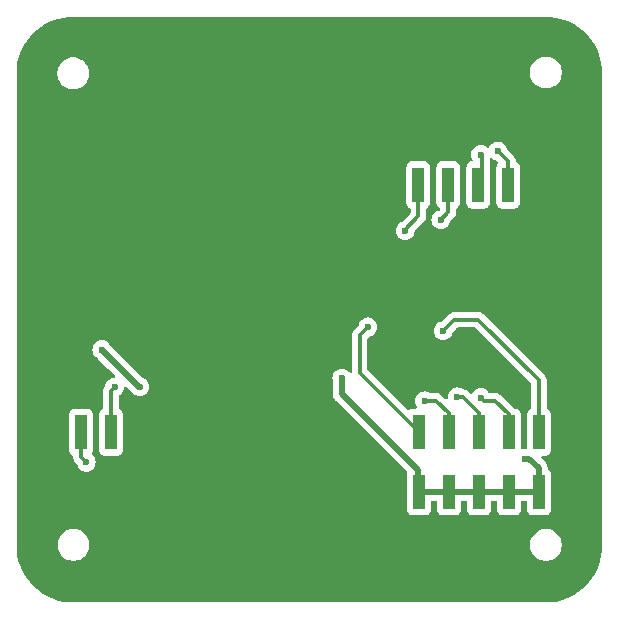
<source format=gbl>
G04 #@! TF.GenerationSoftware,KiCad,Pcbnew,8.0.1*
G04 #@! TF.CreationDate,2025-02-17T15:23:15+05:00*
G04 #@! TF.ProjectId,Sensors,53656e73-6f72-4732-9e6b-696361645f70,rev?*
G04 #@! TF.SameCoordinates,Original*
G04 #@! TF.FileFunction,Copper,L2,Bot*
G04 #@! TF.FilePolarity,Positive*
%FSLAX46Y46*%
G04 Gerber Fmt 4.6, Leading zero omitted, Abs format (unit mm)*
G04 Created by KiCad (PCBNEW 8.0.1) date 2025-02-17 15:23:15*
%MOMM*%
%LPD*%
G01*
G04 APERTURE LIST*
G04 #@! TA.AperFunction,SMDPad,CuDef*
%ADD10R,1.000000X3.000000*%
G04 #@! TD*
G04 #@! TA.AperFunction,ViaPad*
%ADD11C,0.600000*%
G04 #@! TD*
G04 #@! TA.AperFunction,Conductor*
%ADD12C,0.500000*%
G04 #@! TD*
G04 #@! TA.AperFunction,Conductor*
%ADD13C,0.300000*%
G04 #@! TD*
G04 APERTURE END LIST*
D10*
X192530000Y-117604999D03*
X192530000Y-122645001D03*
X189990000Y-117605000D03*
X189990000Y-122645000D03*
X187450000Y-117605000D03*
X187450000Y-122645000D03*
X184910000Y-117605000D03*
X184910000Y-122645000D03*
X182370000Y-117604999D03*
X182370000Y-122645001D03*
X156305002Y-117605000D03*
X156305002Y-122645000D03*
X153765000Y-117605000D03*
X153765000Y-122645000D03*
X182315000Y-96670000D03*
X182315000Y-91630000D03*
X184854999Y-96670000D03*
X184854999Y-91630000D03*
X187395001Y-96670000D03*
X187395001Y-91630000D03*
X189935000Y-96670000D03*
X189935000Y-91630000D03*
D11*
X196970000Y-126800000D03*
X196970000Y-124260000D03*
X196970000Y-121720000D03*
X196970000Y-119180000D03*
X196970000Y-116640000D03*
X196970000Y-114100000D03*
X196970000Y-111560000D03*
X196970000Y-109020000D03*
X196970000Y-106480000D03*
X196970000Y-103940000D03*
X196970000Y-101400000D03*
X196970000Y-98860000D03*
X196970000Y-96320000D03*
X196970000Y-93780000D03*
X196970000Y-91240000D03*
X196970000Y-88700000D03*
X196970000Y-86160000D03*
X194430000Y-129340000D03*
X194430000Y-124260000D03*
X194430000Y-121720000D03*
X194430000Y-119180000D03*
X194430000Y-116640000D03*
X194430000Y-114100000D03*
X194430000Y-111560000D03*
X194430000Y-109020000D03*
X194430000Y-106480000D03*
X194430000Y-103940000D03*
X194430000Y-101400000D03*
X194430000Y-98860000D03*
X194430000Y-96320000D03*
X194430000Y-93780000D03*
X194430000Y-91240000D03*
X194430000Y-83620000D03*
X191890000Y-129340000D03*
X191890000Y-109020000D03*
X191890000Y-106480000D03*
X191890000Y-103940000D03*
X191890000Y-101400000D03*
X191890000Y-98860000D03*
X191890000Y-96320000D03*
X191890000Y-93780000D03*
X191890000Y-91240000D03*
X191890000Y-83620000D03*
X189350000Y-129340000D03*
X189350000Y-126800000D03*
X189350000Y-106480000D03*
X189350000Y-103940000D03*
X189350000Y-101400000D03*
X189350000Y-88700000D03*
X189350000Y-86160000D03*
X189350000Y-83620000D03*
X186810000Y-129340000D03*
X186810000Y-126800000D03*
X186810000Y-106480000D03*
X186810000Y-103940000D03*
X186810000Y-101400000D03*
X186810000Y-88700000D03*
X186810000Y-86160000D03*
X186810000Y-83620000D03*
X184270000Y-129340000D03*
X184270000Y-126800000D03*
X184270000Y-106480000D03*
X184270000Y-103940000D03*
X184270000Y-101400000D03*
X184270000Y-88700000D03*
X184270000Y-86160000D03*
X184270000Y-83620000D03*
X181730000Y-129340000D03*
X181730000Y-126800000D03*
X181730000Y-106480000D03*
X181730000Y-103940000D03*
X181730000Y-88700000D03*
X181730000Y-86160000D03*
X181730000Y-83620000D03*
X179190000Y-129340000D03*
X179190000Y-126800000D03*
X179190000Y-124260000D03*
X179190000Y-121720000D03*
X179190000Y-98860000D03*
X179190000Y-91240000D03*
X179190000Y-88700000D03*
X179190000Y-86160000D03*
X179190000Y-83620000D03*
X176650000Y-129340000D03*
X176650000Y-126800000D03*
X176650000Y-124260000D03*
X176650000Y-121720000D03*
X176650000Y-119180000D03*
X176650000Y-103940000D03*
X176650000Y-91240000D03*
X176650000Y-88700000D03*
X176650000Y-86160000D03*
X176650000Y-83620000D03*
X174110000Y-129340000D03*
X174110000Y-126800000D03*
X174110000Y-124260000D03*
X174110000Y-121720000D03*
X174110000Y-119180000D03*
X174110000Y-116640000D03*
X174110000Y-114100000D03*
X174110000Y-93780000D03*
X174110000Y-91240000D03*
X174110000Y-88700000D03*
X174110000Y-86160000D03*
X174110000Y-83620000D03*
X171570000Y-129340000D03*
X171570000Y-126800000D03*
X171570000Y-124260000D03*
X171570000Y-121720000D03*
X171570000Y-119180000D03*
X171570000Y-116640000D03*
X171570000Y-114100000D03*
X171570000Y-96320000D03*
X171570000Y-93780000D03*
X171570000Y-91240000D03*
X171570000Y-88700000D03*
X171570000Y-86160000D03*
X171570000Y-83620000D03*
X169030000Y-129340000D03*
X169030000Y-126800000D03*
X169030000Y-124260000D03*
X169030000Y-121720000D03*
X169030000Y-119180000D03*
X169030000Y-116640000D03*
X169030000Y-114100000D03*
X169030000Y-109020000D03*
X169030000Y-103940000D03*
X169030000Y-101400000D03*
X169030000Y-98860000D03*
X169030000Y-96320000D03*
X169030000Y-93780000D03*
X169030000Y-91240000D03*
X169030000Y-88700000D03*
X169030000Y-86160000D03*
X169030000Y-83620000D03*
X166490000Y-129340000D03*
X166490000Y-126800000D03*
X166490000Y-124260000D03*
X166490000Y-121720000D03*
X166490000Y-116640000D03*
X166490000Y-109020000D03*
X166490000Y-106480000D03*
X166490000Y-103940000D03*
X166490000Y-101400000D03*
X166490000Y-98860000D03*
X166490000Y-96320000D03*
X166490000Y-93780000D03*
X166490000Y-91240000D03*
X166490000Y-88700000D03*
X166490000Y-86160000D03*
X166490000Y-83620000D03*
X163950000Y-129340000D03*
X163950000Y-126800000D03*
X163950000Y-124260000D03*
X163950000Y-121720000D03*
X163950000Y-106480000D03*
X163950000Y-103940000D03*
X163950000Y-101400000D03*
X163950000Y-98860000D03*
X163950000Y-96320000D03*
X163950000Y-93780000D03*
X163950000Y-91240000D03*
X163950000Y-88700000D03*
X163950000Y-86160000D03*
X163950000Y-83620000D03*
X161410000Y-129340000D03*
X161410000Y-126800000D03*
X161410000Y-124260000D03*
X161410000Y-121720000D03*
X161410000Y-106480000D03*
X161410000Y-103940000D03*
X161410000Y-101400000D03*
X161410000Y-98860000D03*
X161410000Y-96320000D03*
X161410000Y-93780000D03*
X161410000Y-91240000D03*
X161410000Y-88700000D03*
X161410000Y-86160000D03*
X161410000Y-83620000D03*
X158870000Y-129340000D03*
X158870000Y-126800000D03*
X158870000Y-124260000D03*
X158870000Y-121720000D03*
X158870000Y-106480000D03*
X158870000Y-103940000D03*
X158870000Y-101400000D03*
X158870000Y-98860000D03*
X158870000Y-96320000D03*
X158870000Y-93780000D03*
X158870000Y-91240000D03*
X158870000Y-88700000D03*
X158870000Y-86160000D03*
X158870000Y-83620000D03*
X156330000Y-129340000D03*
X156330000Y-126800000D03*
X156330000Y-106480000D03*
X156330000Y-103940000D03*
X156330000Y-101400000D03*
X156330000Y-98860000D03*
X156330000Y-96320000D03*
X156330000Y-93780000D03*
X156330000Y-91240000D03*
X156330000Y-88700000D03*
X156330000Y-86160000D03*
X156330000Y-83620000D03*
X153790000Y-129340000D03*
X153790000Y-114100000D03*
X153790000Y-111560000D03*
X153790000Y-109020000D03*
X153790000Y-106480000D03*
X153790000Y-103940000D03*
X153790000Y-101400000D03*
X153790000Y-98860000D03*
X153790000Y-96320000D03*
X153790000Y-93780000D03*
X153790000Y-91240000D03*
X153790000Y-83620000D03*
X151250000Y-124260000D03*
X151250000Y-121720000D03*
X151250000Y-119180000D03*
X151250000Y-116640000D03*
X151250000Y-114100000D03*
X151250000Y-111560000D03*
X151250000Y-109020000D03*
X151250000Y-106480000D03*
X151250000Y-103940000D03*
X151250000Y-101400000D03*
X151250000Y-98860000D03*
X151250000Y-96320000D03*
X151250000Y-93780000D03*
X151250000Y-91240000D03*
X151250000Y-88700000D03*
X158725000Y-113750000D03*
X191325000Y-119850000D03*
X155525000Y-110625000D03*
X175850000Y-113025000D03*
X160725000Y-116225000D03*
X160700000Y-109250000D03*
X163575000Y-114875000D03*
X170375000Y-106600000D03*
X183425000Y-109225000D03*
X163475000Y-118575000D03*
X185725000Y-109075000D03*
X162625000Y-118475000D03*
X159875000Y-116150000D03*
X165325000Y-114825000D03*
X172875000Y-110925000D03*
X159875000Y-109225000D03*
X180500000Y-109000000D03*
X173850000Y-110700000D03*
X164525000Y-114750000D03*
X186550000Y-109075000D03*
X182600000Y-109250000D03*
X170525000Y-107900000D03*
X179625000Y-108975000D03*
X187600000Y-114675000D03*
X181200000Y-100550000D03*
X185625000Y-114625000D03*
X182850000Y-114950000D03*
X178050000Y-108700000D03*
X184425000Y-109025000D03*
X154200000Y-120150000D03*
X156600000Y-113800000D03*
X184225000Y-99625000D03*
X187600000Y-94100000D03*
X189050000Y-93800000D03*
D12*
X191325000Y-119850000D02*
X191725000Y-119850000D01*
X175850000Y-114375000D02*
X175850000Y-113025000D01*
X182275000Y-122550001D02*
X182275000Y-120800000D01*
X182370000Y-122645001D02*
X192530000Y-122645001D01*
X158650000Y-113750000D02*
X155525000Y-110625000D01*
X191725000Y-119850000D02*
X192530000Y-120655000D01*
X158725000Y-113750000D02*
X158650000Y-113750000D01*
X182275000Y-120800000D02*
X175850000Y-114375000D01*
X182370000Y-122645001D02*
X182275000Y-122550001D01*
X192530000Y-120655000D02*
X192530000Y-122645001D01*
D13*
X188825000Y-114925000D02*
X189990000Y-116090000D01*
X187850000Y-114925000D02*
X188825000Y-114925000D01*
X187600000Y-114675000D02*
X187850000Y-114925000D01*
X189990000Y-116090000D02*
X189990000Y-117605000D01*
X181200000Y-100550000D02*
X181200000Y-100450000D01*
X182315000Y-99335000D02*
X182315000Y-96670000D01*
X181200000Y-100450000D02*
X182315000Y-99335000D01*
X186075000Y-114625000D02*
X187450000Y-116000000D01*
X187450000Y-116000000D02*
X187450000Y-117605000D01*
X185625000Y-114625000D02*
X186075000Y-114625000D01*
X184910000Y-116010000D02*
X184910000Y-117605000D01*
X183850000Y-114950000D02*
X184910000Y-116010000D01*
X182850000Y-114950000D02*
X183850000Y-114950000D01*
X177350000Y-112584999D02*
X182370000Y-117604999D01*
X178050000Y-108700000D02*
X177350000Y-109400000D01*
X177350000Y-109400000D02*
X177350000Y-112584999D01*
X192530000Y-113205000D02*
X192530000Y-117604999D01*
X184425000Y-109025000D02*
X185375000Y-108075000D01*
X187400000Y-108075000D02*
X192530000Y-113205000D01*
X185375000Y-108075000D02*
X187400000Y-108075000D01*
X154200000Y-120150000D02*
X153765000Y-119715000D01*
X153765000Y-119715000D02*
X153765000Y-117605000D01*
X156600000Y-113800000D02*
X156305002Y-114094998D01*
X156305002Y-114094998D02*
X156305002Y-117605000D01*
X184854999Y-98995001D02*
X184854999Y-96670000D01*
X184225000Y-99625000D02*
X184854999Y-98995001D01*
X187700000Y-94200000D02*
X187700000Y-96365001D01*
X187600000Y-94100000D02*
X187700000Y-94200000D01*
X187700000Y-96365001D02*
X187395001Y-96670000D01*
X189050000Y-93800000D02*
X189935000Y-94685000D01*
X189935000Y-94685000D02*
X189935000Y-96670000D01*
G04 #@! TA.AperFunction,Conductor*
G36*
X193102702Y-82425617D02*
G01*
X193512917Y-82443528D01*
X193523654Y-82444468D01*
X193928057Y-82497708D01*
X193938695Y-82499583D01*
X194336925Y-82587869D01*
X194347365Y-82590667D01*
X194736363Y-82713317D01*
X194746524Y-82717015D01*
X195123363Y-82873108D01*
X195133155Y-82877674D01*
X195494965Y-83066020D01*
X195504305Y-83071413D01*
X195789636Y-83253189D01*
X195848309Y-83290568D01*
X195857170Y-83296772D01*
X196180766Y-83545076D01*
X196189053Y-83552030D01*
X196489767Y-83827583D01*
X196497416Y-83835232D01*
X196772969Y-84135946D01*
X196779923Y-84144233D01*
X197028227Y-84467829D01*
X197034431Y-84476690D01*
X197253578Y-84820680D01*
X197258987Y-84830048D01*
X197447322Y-85191838D01*
X197451894Y-85201642D01*
X197607983Y-85578473D01*
X197611683Y-85588639D01*
X197734331Y-85977630D01*
X197737131Y-85988078D01*
X197825414Y-86386296D01*
X197827292Y-86396950D01*
X197880529Y-86801326D01*
X197881472Y-86812102D01*
X197899382Y-87222297D01*
X197899500Y-87227706D01*
X197899500Y-127222293D01*
X197899382Y-127227702D01*
X197881472Y-127637897D01*
X197880529Y-127648673D01*
X197827292Y-128053049D01*
X197825414Y-128063703D01*
X197737131Y-128461921D01*
X197734331Y-128472369D01*
X197611683Y-128861360D01*
X197607983Y-128871526D01*
X197451894Y-129248357D01*
X197447322Y-129258161D01*
X197258987Y-129619951D01*
X197253578Y-129629319D01*
X197034431Y-129973309D01*
X197028227Y-129982170D01*
X196779923Y-130305766D01*
X196772969Y-130314053D01*
X196497416Y-130614767D01*
X196489767Y-130622416D01*
X196189053Y-130897969D01*
X196180766Y-130904923D01*
X195857170Y-131153227D01*
X195848309Y-131159431D01*
X195504319Y-131378578D01*
X195494951Y-131383987D01*
X195133161Y-131572322D01*
X195123357Y-131576894D01*
X194746526Y-131732983D01*
X194736360Y-131736683D01*
X194347369Y-131859331D01*
X194336921Y-131862131D01*
X193938703Y-131950414D01*
X193928049Y-131952292D01*
X193523673Y-132005529D01*
X193512897Y-132006472D01*
X193102703Y-132024382D01*
X193097294Y-132024500D01*
X153102706Y-132024500D01*
X153097297Y-132024382D01*
X152687102Y-132006472D01*
X152676326Y-132005529D01*
X152271950Y-131952292D01*
X152261296Y-131950414D01*
X151863078Y-131862131D01*
X151852630Y-131859331D01*
X151463639Y-131736683D01*
X151453473Y-131732983D01*
X151076642Y-131576894D01*
X151066838Y-131572322D01*
X150947126Y-131510004D01*
X150705042Y-131383983D01*
X150695686Y-131378582D01*
X150523685Y-131269004D01*
X150351690Y-131159431D01*
X150342829Y-131153227D01*
X150019233Y-130904923D01*
X150010946Y-130897969D01*
X149710232Y-130622416D01*
X149702583Y-130614767D01*
X149427030Y-130314053D01*
X149420076Y-130305766D01*
X149171772Y-129982170D01*
X149165568Y-129973309D01*
X149112070Y-129889334D01*
X148946413Y-129629305D01*
X148941020Y-129619965D01*
X148752674Y-129258155D01*
X148748105Y-129248357D01*
X148592016Y-128871526D01*
X148588316Y-128861360D01*
X148465668Y-128472369D01*
X148462868Y-128461921D01*
X148374585Y-128063703D01*
X148372707Y-128053049D01*
X148319468Y-127648654D01*
X148318528Y-127637917D01*
X148301866Y-127256287D01*
X151774500Y-127256287D01*
X151807754Y-127466243D01*
X151867029Y-127648673D01*
X151873444Y-127668414D01*
X151969951Y-127857820D01*
X152094890Y-128029786D01*
X152245213Y-128180109D01*
X152417179Y-128305048D01*
X152417181Y-128305049D01*
X152417184Y-128305051D01*
X152606588Y-128401557D01*
X152808757Y-128467246D01*
X153018713Y-128500500D01*
X153018714Y-128500500D01*
X153231286Y-128500500D01*
X153231287Y-128500500D01*
X153441243Y-128467246D01*
X153643412Y-128401557D01*
X153832816Y-128305051D01*
X153854789Y-128289086D01*
X154004786Y-128180109D01*
X154004788Y-128180106D01*
X154004792Y-128180104D01*
X154155104Y-128029792D01*
X154155106Y-128029788D01*
X154155109Y-128029786D01*
X154280048Y-127857820D01*
X154280047Y-127857820D01*
X154280051Y-127857816D01*
X154376557Y-127668412D01*
X154442246Y-127466243D01*
X154475500Y-127256287D01*
X191774500Y-127256287D01*
X191807754Y-127466243D01*
X191867029Y-127648673D01*
X191873444Y-127668414D01*
X191969951Y-127857820D01*
X192094890Y-128029786D01*
X192245213Y-128180109D01*
X192417179Y-128305048D01*
X192417181Y-128305049D01*
X192417184Y-128305051D01*
X192606588Y-128401557D01*
X192808757Y-128467246D01*
X193018713Y-128500500D01*
X193018714Y-128500500D01*
X193231286Y-128500500D01*
X193231287Y-128500500D01*
X193441243Y-128467246D01*
X193643412Y-128401557D01*
X193832816Y-128305051D01*
X193854789Y-128289086D01*
X194004786Y-128180109D01*
X194004788Y-128180106D01*
X194004792Y-128180104D01*
X194155104Y-128029792D01*
X194155106Y-128029788D01*
X194155109Y-128029786D01*
X194280048Y-127857820D01*
X194280047Y-127857820D01*
X194280051Y-127857816D01*
X194376557Y-127668412D01*
X194442246Y-127466243D01*
X194475500Y-127256287D01*
X194475500Y-127043713D01*
X194442246Y-126833757D01*
X194376557Y-126631588D01*
X194280051Y-126442184D01*
X194280049Y-126442181D01*
X194280048Y-126442179D01*
X194155109Y-126270213D01*
X194004786Y-126119890D01*
X193832820Y-125994951D01*
X193643414Y-125898444D01*
X193643413Y-125898443D01*
X193643412Y-125898443D01*
X193441243Y-125832754D01*
X193441241Y-125832753D01*
X193441240Y-125832753D01*
X193279957Y-125807208D01*
X193231287Y-125799500D01*
X193018713Y-125799500D01*
X192970042Y-125807208D01*
X192808760Y-125832753D01*
X192606585Y-125898444D01*
X192417179Y-125994951D01*
X192245213Y-126119890D01*
X192094890Y-126270213D01*
X191969951Y-126442179D01*
X191873444Y-126631585D01*
X191807753Y-126833760D01*
X191774500Y-127043713D01*
X191774500Y-127256287D01*
X154475500Y-127256287D01*
X154475500Y-127043713D01*
X154442246Y-126833757D01*
X154376557Y-126631588D01*
X154280051Y-126442184D01*
X154280049Y-126442181D01*
X154280048Y-126442179D01*
X154155109Y-126270213D01*
X154004786Y-126119890D01*
X153832820Y-125994951D01*
X153643414Y-125898444D01*
X153643413Y-125898443D01*
X153643412Y-125898443D01*
X153441243Y-125832754D01*
X153441241Y-125832753D01*
X153441240Y-125832753D01*
X153279957Y-125807208D01*
X153231287Y-125799500D01*
X153018713Y-125799500D01*
X152970042Y-125807208D01*
X152808760Y-125832753D01*
X152606585Y-125898444D01*
X152417179Y-125994951D01*
X152245213Y-126119890D01*
X152094890Y-126270213D01*
X151969951Y-126442179D01*
X151873444Y-126631585D01*
X151807753Y-126833760D01*
X151774500Y-127043713D01*
X151774500Y-127256287D01*
X148301866Y-127256287D01*
X148300618Y-127227702D01*
X148300500Y-127222293D01*
X148300500Y-119152870D01*
X152764500Y-119152870D01*
X152764501Y-119152876D01*
X152770908Y-119212483D01*
X152821202Y-119347328D01*
X152821206Y-119347335D01*
X152907452Y-119462544D01*
X152907455Y-119462547D01*
X153022665Y-119548794D01*
X153022667Y-119548794D01*
X153022669Y-119548796D01*
X153033830Y-119552958D01*
X153089764Y-119594826D01*
X153114184Y-119660289D01*
X153114500Y-119669141D01*
X153114500Y-119779069D01*
X153114500Y-119779071D01*
X153114499Y-119779071D01*
X153139430Y-119904399D01*
X153139499Y-119904744D01*
X153166839Y-119970750D01*
X153188535Y-120023127D01*
X153192630Y-120029255D01*
X153259726Y-120129673D01*
X153378277Y-120248224D01*
X153411762Y-120309547D01*
X153413815Y-120322012D01*
X153414630Y-120329246D01*
X153414632Y-120329255D01*
X153474210Y-120499521D01*
X153525462Y-120581087D01*
X153570184Y-120652262D01*
X153697738Y-120779816D01*
X153850478Y-120875789D01*
X153999000Y-120927759D01*
X154020745Y-120935368D01*
X154020750Y-120935369D01*
X154199996Y-120955565D01*
X154200000Y-120955565D01*
X154200004Y-120955565D01*
X154379249Y-120935369D01*
X154379252Y-120935368D01*
X154379255Y-120935368D01*
X154549522Y-120875789D01*
X154702262Y-120779816D01*
X154829816Y-120652262D01*
X154925789Y-120499522D01*
X154985368Y-120329255D01*
X154986184Y-120322012D01*
X155005565Y-120150003D01*
X155005565Y-120149996D01*
X154985369Y-119970750D01*
X154985368Y-119970745D01*
X154962188Y-119904500D01*
X154925789Y-119800478D01*
X154829816Y-119647738D01*
X154707974Y-119525896D01*
X154674489Y-119464573D01*
X154679473Y-119394881D01*
X154696387Y-119363907D01*
X154708796Y-119347331D01*
X154759091Y-119212483D01*
X154765500Y-119152873D01*
X154765499Y-116057128D01*
X154760299Y-116008757D01*
X154759091Y-115997516D01*
X154708797Y-115862671D01*
X154708793Y-115862664D01*
X154622547Y-115747455D01*
X154622544Y-115747452D01*
X154507335Y-115661206D01*
X154507328Y-115661202D01*
X154372482Y-115610908D01*
X154372483Y-115610908D01*
X154312883Y-115604501D01*
X154312881Y-115604500D01*
X154312873Y-115604500D01*
X154312864Y-115604500D01*
X153217129Y-115604500D01*
X153217123Y-115604501D01*
X153157516Y-115610908D01*
X153022671Y-115661202D01*
X153022664Y-115661206D01*
X152907455Y-115747452D01*
X152907452Y-115747455D01*
X152821206Y-115862664D01*
X152821202Y-115862671D01*
X152770908Y-115997517D01*
X152766938Y-116034450D01*
X152764501Y-116057123D01*
X152764500Y-116057135D01*
X152764500Y-119152870D01*
X148300500Y-119152870D01*
X148300500Y-110625003D01*
X154719435Y-110625003D01*
X154739630Y-110804249D01*
X154739631Y-110804254D01*
X154799211Y-110974523D01*
X154895184Y-111127262D01*
X155022738Y-111254816D01*
X155175478Y-111350789D01*
X155175483Y-111350792D01*
X155181753Y-111353812D01*
X155180864Y-111355656D01*
X155216937Y-111378305D01*
X156058068Y-112219435D01*
X156627394Y-112788761D01*
X156660879Y-112850084D01*
X156655895Y-112919776D01*
X156614023Y-112975709D01*
X156553597Y-112999662D01*
X156420749Y-113014630D01*
X156420745Y-113014631D01*
X156250476Y-113074211D01*
X156097737Y-113170184D01*
X155970184Y-113297737D01*
X155874210Y-113450478D01*
X155814632Y-113620744D01*
X155814632Y-113620746D01*
X155812954Y-113635636D01*
X155792837Y-113690636D01*
X155728537Y-113786870D01*
X155679501Y-113905253D01*
X155679499Y-113905259D01*
X155654502Y-114030926D01*
X155654502Y-115540858D01*
X155634817Y-115607897D01*
X155582013Y-115653652D01*
X155573849Y-115657034D01*
X155562674Y-115661203D01*
X155562666Y-115661206D01*
X155447457Y-115747452D01*
X155447454Y-115747455D01*
X155361208Y-115862664D01*
X155361204Y-115862671D01*
X155310910Y-115997517D01*
X155306940Y-116034450D01*
X155304503Y-116057123D01*
X155304502Y-116057135D01*
X155304502Y-119152870D01*
X155304503Y-119152876D01*
X155310910Y-119212483D01*
X155361204Y-119347328D01*
X155361208Y-119347335D01*
X155447454Y-119462544D01*
X155447457Y-119462547D01*
X155562666Y-119548793D01*
X155562673Y-119548797D01*
X155697519Y-119599091D01*
X155697518Y-119599091D01*
X155704446Y-119599835D01*
X155757129Y-119605500D01*
X156852874Y-119605499D01*
X156912485Y-119599091D01*
X157047333Y-119548796D01*
X157162548Y-119462546D01*
X157248798Y-119347331D01*
X157299093Y-119212483D01*
X157305502Y-119152873D01*
X157305501Y-116057128D01*
X157300301Y-116008757D01*
X157299093Y-115997516D01*
X157248799Y-115862671D01*
X157248795Y-115862664D01*
X157162549Y-115747455D01*
X157162546Y-115747452D01*
X157047337Y-115661206D01*
X157047334Y-115661205D01*
X157047333Y-115661204D01*
X157036163Y-115657038D01*
X156980233Y-115615166D01*
X156955818Y-115549701D01*
X156955502Y-115540858D01*
X156955502Y-114590563D01*
X156975187Y-114523524D01*
X157013531Y-114485569D01*
X157102259Y-114429818D01*
X157102259Y-114429817D01*
X157102262Y-114429816D01*
X157229816Y-114302262D01*
X157325789Y-114149522D01*
X157385368Y-113979255D01*
X157388046Y-113955494D01*
X157400337Y-113846403D01*
X157427403Y-113781989D01*
X157484998Y-113742434D01*
X157554835Y-113740296D01*
X157611238Y-113772605D01*
X158067048Y-114228415D01*
X158067049Y-114228416D01*
X158171584Y-114332951D01*
X158171587Y-114332953D01*
X158174357Y-114334804D01*
X158193146Y-114350224D01*
X158222738Y-114379816D01*
X158302316Y-114429818D01*
X158330833Y-114447737D01*
X158375478Y-114475789D01*
X158403428Y-114485569D01*
X158545745Y-114535368D01*
X158545750Y-114535369D01*
X158724996Y-114555565D01*
X158725000Y-114555565D01*
X158725004Y-114555565D01*
X158904249Y-114535369D01*
X158904252Y-114535368D01*
X158904255Y-114535368D01*
X159074522Y-114475789D01*
X159227262Y-114379816D01*
X159354816Y-114252262D01*
X159450789Y-114099522D01*
X159510368Y-113929255D01*
X159513072Y-113905259D01*
X159530565Y-113750003D01*
X159530565Y-113749996D01*
X159510369Y-113570750D01*
X159510368Y-113570745D01*
X159485421Y-113499450D01*
X159450789Y-113400478D01*
X159354816Y-113247738D01*
X159227262Y-113120184D01*
X159176202Y-113088101D01*
X159075783Y-113025003D01*
X175044435Y-113025003D01*
X175064630Y-113204249D01*
X175064631Y-113204254D01*
X175092542Y-113284017D01*
X175099500Y-113324972D01*
X175099500Y-114448918D01*
X175099500Y-114448920D01*
X175099499Y-114448920D01*
X175128340Y-114593905D01*
X175128343Y-114593917D01*
X175184912Y-114730488D01*
X175184918Y-114730499D01*
X175194937Y-114745492D01*
X175194939Y-114745497D01*
X175267046Y-114853414D01*
X175267052Y-114853421D01*
X181341392Y-120927759D01*
X181374877Y-120989082D01*
X181374524Y-121029568D01*
X181376738Y-121029806D01*
X181375909Y-121037517D01*
X181375909Y-121037518D01*
X181369501Y-121097124D01*
X181369500Y-121097136D01*
X181369500Y-124192871D01*
X181369501Y-124192877D01*
X181375908Y-124252484D01*
X181426202Y-124387329D01*
X181426206Y-124387336D01*
X181512452Y-124502545D01*
X181512455Y-124502548D01*
X181627664Y-124588794D01*
X181627671Y-124588798D01*
X181762517Y-124639092D01*
X181762516Y-124639092D01*
X181769444Y-124639836D01*
X181822127Y-124645501D01*
X182917872Y-124645500D01*
X182977483Y-124639092D01*
X183112331Y-124588797D01*
X183227546Y-124502547D01*
X183313796Y-124387332D01*
X183364091Y-124252484D01*
X183370500Y-124192874D01*
X183370500Y-123519501D01*
X183390185Y-123452462D01*
X183442989Y-123406707D01*
X183494500Y-123395501D01*
X183785501Y-123395501D01*
X183852540Y-123415186D01*
X183898295Y-123467990D01*
X183909501Y-123519501D01*
X183909501Y-124192876D01*
X183915908Y-124252483D01*
X183966202Y-124387328D01*
X183966206Y-124387335D01*
X184052452Y-124502544D01*
X184052455Y-124502547D01*
X184167664Y-124588793D01*
X184167671Y-124588797D01*
X184302517Y-124639091D01*
X184302516Y-124639091D01*
X184309444Y-124639835D01*
X184362127Y-124645500D01*
X185457872Y-124645499D01*
X185517483Y-124639091D01*
X185652331Y-124588796D01*
X185767546Y-124502546D01*
X185853796Y-124387331D01*
X185904091Y-124252483D01*
X185910500Y-124192873D01*
X185910500Y-123519501D01*
X185930185Y-123452462D01*
X185982989Y-123406707D01*
X186034500Y-123395501D01*
X186325501Y-123395501D01*
X186392540Y-123415186D01*
X186438295Y-123467990D01*
X186449501Y-123519501D01*
X186449501Y-124192876D01*
X186455908Y-124252483D01*
X186506202Y-124387328D01*
X186506206Y-124387335D01*
X186592452Y-124502544D01*
X186592455Y-124502547D01*
X186707664Y-124588793D01*
X186707671Y-124588797D01*
X186842517Y-124639091D01*
X186842516Y-124639091D01*
X186849444Y-124639835D01*
X186902127Y-124645500D01*
X187997872Y-124645499D01*
X188057483Y-124639091D01*
X188192331Y-124588796D01*
X188307546Y-124502546D01*
X188393796Y-124387331D01*
X188444091Y-124252483D01*
X188450500Y-124192873D01*
X188450500Y-123519501D01*
X188470185Y-123452462D01*
X188522989Y-123406707D01*
X188574500Y-123395501D01*
X188865501Y-123395501D01*
X188932540Y-123415186D01*
X188978295Y-123467990D01*
X188989501Y-123519501D01*
X188989501Y-124192876D01*
X188995908Y-124252483D01*
X189046202Y-124387328D01*
X189046206Y-124387335D01*
X189132452Y-124502544D01*
X189132455Y-124502547D01*
X189247664Y-124588793D01*
X189247671Y-124588797D01*
X189382517Y-124639091D01*
X189382516Y-124639091D01*
X189389444Y-124639835D01*
X189442127Y-124645500D01*
X190537872Y-124645499D01*
X190597483Y-124639091D01*
X190732331Y-124588796D01*
X190847546Y-124502546D01*
X190933796Y-124387331D01*
X190984091Y-124252483D01*
X190990500Y-124192873D01*
X190990500Y-123519501D01*
X191010185Y-123452462D01*
X191062989Y-123406707D01*
X191114500Y-123395501D01*
X191405501Y-123395501D01*
X191472540Y-123415186D01*
X191518295Y-123467990D01*
X191529501Y-123519501D01*
X191529501Y-124192877D01*
X191535908Y-124252484D01*
X191586202Y-124387329D01*
X191586206Y-124387336D01*
X191672452Y-124502545D01*
X191672455Y-124502548D01*
X191787664Y-124588794D01*
X191787671Y-124588798D01*
X191922517Y-124639092D01*
X191922516Y-124639092D01*
X191929444Y-124639836D01*
X191982127Y-124645501D01*
X193077872Y-124645500D01*
X193137483Y-124639092D01*
X193272331Y-124588797D01*
X193387546Y-124502547D01*
X193473796Y-124387332D01*
X193524091Y-124252484D01*
X193530500Y-124192874D01*
X193530499Y-121097129D01*
X193524091Y-121037518D01*
X193524090Y-121037516D01*
X193473797Y-120902672D01*
X193473793Y-120902665D01*
X193387548Y-120787458D01*
X193387546Y-120787455D01*
X193377340Y-120779815D01*
X193330188Y-120744516D01*
X193288318Y-120688582D01*
X193280500Y-120645250D01*
X193280500Y-120581079D01*
X193251659Y-120436092D01*
X193251658Y-120436091D01*
X193251658Y-120436087D01*
X193207407Y-120329255D01*
X193195085Y-120299507D01*
X193160819Y-120248224D01*
X193132269Y-120205495D01*
X193112952Y-120176584D01*
X192753547Y-119817179D01*
X192720062Y-119755856D01*
X192725046Y-119686164D01*
X192766918Y-119630231D01*
X192832382Y-119605814D01*
X192841228Y-119605498D01*
X193077871Y-119605498D01*
X193077872Y-119605498D01*
X193137483Y-119599090D01*
X193272331Y-119548795D01*
X193387546Y-119462545D01*
X193473796Y-119347330D01*
X193524091Y-119212482D01*
X193530500Y-119152872D01*
X193530499Y-116057127D01*
X193524091Y-115997516D01*
X193507340Y-115952605D01*
X193473797Y-115862670D01*
X193473793Y-115862663D01*
X193387547Y-115747454D01*
X193387544Y-115747451D01*
X193272335Y-115661205D01*
X193272332Y-115661204D01*
X193272331Y-115661203D01*
X193261161Y-115657037D01*
X193205231Y-115615165D01*
X193180816Y-115549700D01*
X193180500Y-115540857D01*
X193180500Y-113140928D01*
X193155502Y-113015261D01*
X193155501Y-113015260D01*
X193155501Y-113015256D01*
X193141723Y-112981992D01*
X193126166Y-112944434D01*
X193106469Y-112896881D01*
X193106468Y-112896880D01*
X193106466Y-112896874D01*
X193075202Y-112850084D01*
X193035278Y-112790332D01*
X193035272Y-112790325D01*
X187814673Y-107569726D01*
X187814669Y-107569723D01*
X187708127Y-107498535D01*
X187589744Y-107449499D01*
X187589738Y-107449497D01*
X187464071Y-107424500D01*
X187464069Y-107424500D01*
X185310931Y-107424500D01*
X185310929Y-107424500D01*
X185185261Y-107449497D01*
X185185255Y-107449499D01*
X185066874Y-107498534D01*
X184960326Y-107569726D01*
X184326775Y-108203277D01*
X184265452Y-108236762D01*
X184252988Y-108238815D01*
X184245752Y-108239630D01*
X184245744Y-108239632D01*
X184075478Y-108299210D01*
X183922737Y-108395184D01*
X183795184Y-108522737D01*
X183699211Y-108675476D01*
X183639631Y-108845745D01*
X183639630Y-108845750D01*
X183619435Y-109024996D01*
X183619435Y-109025003D01*
X183639630Y-109204249D01*
X183639631Y-109204254D01*
X183699211Y-109374523D01*
X183731424Y-109425789D01*
X183795184Y-109527262D01*
X183922738Y-109654816D01*
X184075478Y-109750789D01*
X184245745Y-109810368D01*
X184245750Y-109810369D01*
X184424996Y-109830565D01*
X184425000Y-109830565D01*
X184425004Y-109830565D01*
X184604249Y-109810369D01*
X184604252Y-109810368D01*
X184604255Y-109810368D01*
X184774522Y-109750789D01*
X184927262Y-109654816D01*
X185054816Y-109527262D01*
X185150789Y-109374522D01*
X185210368Y-109204255D01*
X185211182Y-109197025D01*
X185238245Y-109132611D01*
X185246712Y-109123233D01*
X185608127Y-108761819D01*
X185669450Y-108728334D01*
X185695808Y-108725500D01*
X187079192Y-108725500D01*
X187146231Y-108745185D01*
X187166873Y-108761819D01*
X191843181Y-113438127D01*
X191876666Y-113499450D01*
X191879500Y-113525808D01*
X191879500Y-115540857D01*
X191859815Y-115607896D01*
X191807011Y-115653651D01*
X191798847Y-115657033D01*
X191787672Y-115661202D01*
X191787664Y-115661205D01*
X191672455Y-115747451D01*
X191672452Y-115747454D01*
X191586206Y-115862663D01*
X191586202Y-115862670D01*
X191535908Y-115997516D01*
X191531938Y-116034450D01*
X191529501Y-116057123D01*
X191529500Y-116057134D01*
X191529500Y-118928720D01*
X191509815Y-118995759D01*
X191457011Y-119041514D01*
X191391617Y-119051940D01*
X191325004Y-119044435D01*
X191324996Y-119044435D01*
X191145742Y-119064631D01*
X191142086Y-119065466D01*
X191139658Y-119065317D01*
X191138825Y-119065411D01*
X191138808Y-119065265D01*
X191072347Y-119061190D01*
X191015991Y-119019888D01*
X190990911Y-118954675D01*
X190990499Y-118944574D01*
X190990499Y-116057129D01*
X190990498Y-116057123D01*
X190990497Y-116057116D01*
X190985299Y-116008757D01*
X190984091Y-115997516D01*
X190933797Y-115862671D01*
X190933793Y-115862664D01*
X190847547Y-115747455D01*
X190847544Y-115747452D01*
X190732335Y-115661206D01*
X190732328Y-115661202D01*
X190597482Y-115610908D01*
X190597483Y-115610908D01*
X190537883Y-115604501D01*
X190537881Y-115604500D01*
X190537873Y-115604500D01*
X190537865Y-115604500D01*
X190475808Y-115604500D01*
X190408769Y-115584815D01*
X190388127Y-115568181D01*
X189239674Y-114419727D01*
X189239673Y-114419726D01*
X189179943Y-114379816D01*
X189133127Y-114348535D01*
X189075094Y-114324497D01*
X189014744Y-114299499D01*
X189014738Y-114299497D01*
X188889071Y-114274500D01*
X188889069Y-114274500D01*
X188362290Y-114274500D01*
X188295251Y-114254815D01*
X188257297Y-114216473D01*
X188229817Y-114172739D01*
X188102262Y-114045184D01*
X187949523Y-113949211D01*
X187779254Y-113889631D01*
X187779249Y-113889630D01*
X187600004Y-113869435D01*
X187599996Y-113869435D01*
X187420750Y-113889630D01*
X187420745Y-113889631D01*
X187250476Y-113949211D01*
X187097737Y-114045184D01*
X186970182Y-114172739D01*
X186887946Y-114303617D01*
X186835612Y-114349907D01*
X186766558Y-114360555D01*
X186702710Y-114332180D01*
X186695272Y-114325325D01*
X186489673Y-114119726D01*
X186489669Y-114119723D01*
X186383127Y-114048535D01*
X186340622Y-114030929D01*
X186264744Y-113999499D01*
X186264738Y-113999497D01*
X186139071Y-113974500D01*
X186139069Y-113974500D01*
X186130068Y-113974500D01*
X186064096Y-113955494D01*
X185974522Y-113899210D01*
X185974518Y-113899209D01*
X185804262Y-113839633D01*
X185804249Y-113839630D01*
X185625004Y-113819435D01*
X185624996Y-113819435D01*
X185445750Y-113839630D01*
X185445745Y-113839631D01*
X185275476Y-113899211D01*
X185122737Y-113995184D01*
X184995184Y-114122737D01*
X184899211Y-114275476D01*
X184839631Y-114445745D01*
X184839630Y-114445750D01*
X184819435Y-114624996D01*
X184819435Y-114625003D01*
X184827310Y-114694898D01*
X184815255Y-114763720D01*
X184767906Y-114815099D01*
X184700296Y-114832723D01*
X184633890Y-114810996D01*
X184616409Y-114796462D01*
X184264673Y-114444726D01*
X184264669Y-114444723D01*
X184158127Y-114373535D01*
X184101849Y-114350224D01*
X184039744Y-114324499D01*
X184039738Y-114324497D01*
X183914071Y-114299500D01*
X183914069Y-114299500D01*
X183355068Y-114299500D01*
X183289096Y-114280494D01*
X183199522Y-114224210D01*
X183199518Y-114224209D01*
X183029262Y-114164633D01*
X183029249Y-114164630D01*
X182850004Y-114144435D01*
X182849996Y-114144435D01*
X182670750Y-114164630D01*
X182670745Y-114164631D01*
X182500476Y-114224211D01*
X182347737Y-114320184D01*
X182220184Y-114447737D01*
X182124211Y-114600476D01*
X182064631Y-114770745D01*
X182064630Y-114770750D01*
X182044435Y-114949996D01*
X182044435Y-114950003D01*
X182064630Y-115129249D01*
X182064631Y-115129254D01*
X182124211Y-115299523D01*
X182196473Y-115414527D01*
X182215473Y-115481764D01*
X182195105Y-115548599D01*
X182141837Y-115593813D01*
X182091479Y-115604499D01*
X181822130Y-115604499D01*
X181822123Y-115604500D01*
X181762516Y-115610907D01*
X181627671Y-115661201D01*
X181627668Y-115661203D01*
X181552687Y-115717334D01*
X181487222Y-115741751D01*
X181418949Y-115726899D01*
X181390695Y-115705748D01*
X178036819Y-112351872D01*
X178003334Y-112290549D01*
X178000500Y-112264191D01*
X178000500Y-109720807D01*
X178020185Y-109653768D01*
X178036810Y-109633135D01*
X178148225Y-109521719D01*
X178209544Y-109488237D01*
X178222019Y-109486183D01*
X178229255Y-109485368D01*
X178399522Y-109425789D01*
X178552262Y-109329816D01*
X178679816Y-109202262D01*
X178775789Y-109049522D01*
X178835368Y-108879255D01*
X178855565Y-108700000D01*
X178852802Y-108675478D01*
X178835369Y-108520750D01*
X178835368Y-108520745D01*
X178775788Y-108350476D01*
X178706140Y-108239632D01*
X178679816Y-108197738D01*
X178552262Y-108070184D01*
X178399523Y-107974211D01*
X178229254Y-107914631D01*
X178229249Y-107914630D01*
X178050004Y-107894435D01*
X178049996Y-107894435D01*
X177870750Y-107914630D01*
X177870745Y-107914631D01*
X177700476Y-107974211D01*
X177547737Y-108070184D01*
X177420184Y-108197737D01*
X177324210Y-108350478D01*
X177264632Y-108520744D01*
X177264630Y-108520752D01*
X177263815Y-108527988D01*
X177236743Y-108592400D01*
X177228277Y-108601775D01*
X176844722Y-108985331D01*
X176844718Y-108985336D01*
X176801834Y-109049520D01*
X176801833Y-109049522D01*
X176787684Y-109070697D01*
X176773535Y-109091872D01*
X176773533Y-109091875D01*
X176724499Y-109210255D01*
X176724497Y-109210261D01*
X176699500Y-109335928D01*
X176699500Y-112443841D01*
X176679815Y-112510880D01*
X176627011Y-112556635D01*
X176557853Y-112566579D01*
X176494297Y-112537554D01*
X176484770Y-112527631D01*
X176484740Y-112527662D01*
X176352262Y-112395184D01*
X176199523Y-112299211D01*
X176029254Y-112239631D01*
X176029249Y-112239630D01*
X175850004Y-112219435D01*
X175849996Y-112219435D01*
X175670750Y-112239630D01*
X175670745Y-112239631D01*
X175500476Y-112299211D01*
X175347737Y-112395184D01*
X175220184Y-112522737D01*
X175124211Y-112675476D01*
X175064631Y-112845745D01*
X175064630Y-112845750D01*
X175044435Y-113024996D01*
X175044435Y-113025003D01*
X159075783Y-113025003D01*
X159074524Y-113024212D01*
X159074523Y-113024211D01*
X158964415Y-112985682D01*
X158917690Y-112956322D01*
X156278307Y-110316939D01*
X156255652Y-110280866D01*
X156253812Y-110281753D01*
X156250792Y-110275483D01*
X156154815Y-110122737D01*
X156027262Y-109995184D01*
X155874523Y-109899211D01*
X155704254Y-109839631D01*
X155704249Y-109839630D01*
X155525004Y-109819435D01*
X155524996Y-109819435D01*
X155345750Y-109839630D01*
X155345745Y-109839631D01*
X155175476Y-109899211D01*
X155022737Y-109995184D01*
X154895184Y-110122737D01*
X154799211Y-110275476D01*
X154739631Y-110445745D01*
X154739630Y-110445750D01*
X154719435Y-110624996D01*
X154719435Y-110625003D01*
X148300500Y-110625003D01*
X148300500Y-100550003D01*
X180394435Y-100550003D01*
X180414630Y-100729249D01*
X180414631Y-100729254D01*
X180474211Y-100899523D01*
X180570184Y-101052262D01*
X180697738Y-101179816D01*
X180850478Y-101275789D01*
X181020745Y-101335368D01*
X181020750Y-101335369D01*
X181199996Y-101355565D01*
X181200000Y-101355565D01*
X181200004Y-101355565D01*
X181379249Y-101335369D01*
X181379252Y-101335368D01*
X181379255Y-101335368D01*
X181549522Y-101275789D01*
X181702262Y-101179816D01*
X181829816Y-101052262D01*
X181925789Y-100899522D01*
X181985368Y-100729255D01*
X181998880Y-100609319D01*
X182025945Y-100544909D01*
X182034409Y-100535534D01*
X182820276Y-99749669D01*
X182891465Y-99643127D01*
X182898972Y-99625003D01*
X183419435Y-99625003D01*
X183439630Y-99804249D01*
X183439631Y-99804254D01*
X183499211Y-99974523D01*
X183595184Y-100127262D01*
X183722738Y-100254816D01*
X183875478Y-100350789D01*
X184045745Y-100410368D01*
X184045750Y-100410369D01*
X184224996Y-100430565D01*
X184225000Y-100430565D01*
X184225004Y-100430565D01*
X184404249Y-100410369D01*
X184404252Y-100410368D01*
X184404255Y-100410368D01*
X184574522Y-100350789D01*
X184727262Y-100254816D01*
X184854816Y-100127262D01*
X184950789Y-99974522D01*
X185010368Y-99804255D01*
X185011182Y-99797025D01*
X185038245Y-99732611D01*
X185046703Y-99723241D01*
X185360275Y-99409670D01*
X185431464Y-99303128D01*
X185480500Y-99184745D01*
X185500198Y-99085717D01*
X185505499Y-99059070D01*
X185505499Y-98734141D01*
X185525184Y-98667102D01*
X185577988Y-98621347D01*
X185586148Y-98617966D01*
X185597330Y-98613796D01*
X185712545Y-98527546D01*
X185798795Y-98412331D01*
X185849090Y-98277483D01*
X185855499Y-98217873D01*
X185855499Y-98217870D01*
X186394501Y-98217870D01*
X186394502Y-98217876D01*
X186400909Y-98277483D01*
X186451203Y-98412328D01*
X186451207Y-98412335D01*
X186537453Y-98527544D01*
X186537456Y-98527547D01*
X186652665Y-98613793D01*
X186652672Y-98613797D01*
X186787518Y-98664091D01*
X186787517Y-98664091D01*
X186794445Y-98664835D01*
X186847128Y-98670500D01*
X187942873Y-98670499D01*
X188002484Y-98664091D01*
X188137332Y-98613796D01*
X188252547Y-98527546D01*
X188338797Y-98412331D01*
X188389092Y-98277483D01*
X188395501Y-98217873D01*
X188395500Y-95122128D01*
X188389092Y-95062517D01*
X188358318Y-94980007D01*
X188350500Y-94936674D01*
X188350500Y-94530012D01*
X188370185Y-94462973D01*
X188422989Y-94417218D01*
X188492147Y-94407274D01*
X188540532Y-94428194D01*
X188541842Y-94426111D01*
X188547737Y-94429815D01*
X188547738Y-94429816D01*
X188700478Y-94525789D01*
X188870745Y-94585368D01*
X188877974Y-94586182D01*
X188942388Y-94613246D01*
X188951776Y-94621722D01*
X189029327Y-94699273D01*
X189062812Y-94760596D01*
X189057828Y-94830288D01*
X189040913Y-94861264D01*
X188991206Y-94927664D01*
X188991202Y-94927671D01*
X188940908Y-95062517D01*
X188934501Y-95122116D01*
X188934501Y-95122123D01*
X188934500Y-95122135D01*
X188934500Y-98217870D01*
X188934501Y-98217876D01*
X188940908Y-98277483D01*
X188991202Y-98412328D01*
X188991206Y-98412335D01*
X189077452Y-98527544D01*
X189077455Y-98527547D01*
X189192664Y-98613793D01*
X189192671Y-98613797D01*
X189327517Y-98664091D01*
X189327516Y-98664091D01*
X189334444Y-98664835D01*
X189387127Y-98670500D01*
X190482872Y-98670499D01*
X190542483Y-98664091D01*
X190677331Y-98613796D01*
X190792546Y-98527546D01*
X190878796Y-98412331D01*
X190929091Y-98277483D01*
X190935500Y-98217873D01*
X190935499Y-95122128D01*
X190929091Y-95062517D01*
X190878796Y-94927669D01*
X190878795Y-94927668D01*
X190878793Y-94927664D01*
X190792547Y-94812455D01*
X190792544Y-94812452D01*
X190677335Y-94726206D01*
X190677332Y-94726205D01*
X190677331Y-94726204D01*
X190665246Y-94721696D01*
X190609315Y-94679827D01*
X190588625Y-94626520D01*
X190586689Y-94626906D01*
X190560502Y-94495261D01*
X190560501Y-94495260D01*
X190560501Y-94495256D01*
X190511465Y-94376873D01*
X190440277Y-94270331D01*
X190440275Y-94270329D01*
X190440273Y-94270326D01*
X190440272Y-94270325D01*
X189871722Y-93701776D01*
X189838237Y-93640453D01*
X189836182Y-93627973D01*
X189835368Y-93620745D01*
X189775789Y-93450478D01*
X189679816Y-93297738D01*
X189552262Y-93170184D01*
X189399523Y-93074211D01*
X189229254Y-93014631D01*
X189229249Y-93014630D01*
X189050004Y-92994435D01*
X189049996Y-92994435D01*
X188870750Y-93014630D01*
X188870745Y-93014631D01*
X188700476Y-93074211D01*
X188547737Y-93170184D01*
X188420184Y-93297737D01*
X188324205Y-93450485D01*
X188321485Y-93456135D01*
X188274660Y-93507993D01*
X188207232Y-93526302D01*
X188140609Y-93505251D01*
X188122087Y-93490009D01*
X188102262Y-93470184D01*
X187949523Y-93374211D01*
X187779254Y-93314631D01*
X187779249Y-93314630D01*
X187600004Y-93294435D01*
X187599996Y-93294435D01*
X187420750Y-93314630D01*
X187420745Y-93314631D01*
X187250476Y-93374211D01*
X187097737Y-93470184D01*
X186970184Y-93597737D01*
X186874211Y-93750476D01*
X186814631Y-93920745D01*
X186814630Y-93920750D01*
X186794435Y-94099996D01*
X186794435Y-94100003D01*
X186814630Y-94279249D01*
X186814631Y-94279254D01*
X186874211Y-94449523D01*
X186896381Y-94484806D01*
X186915381Y-94552043D01*
X186895013Y-94618878D01*
X186841745Y-94664092D01*
X186804642Y-94674068D01*
X186787517Y-94675909D01*
X186652672Y-94726202D01*
X186652665Y-94726206D01*
X186537456Y-94812452D01*
X186537453Y-94812455D01*
X186451207Y-94927664D01*
X186451203Y-94927671D01*
X186400909Y-95062517D01*
X186394502Y-95122116D01*
X186394502Y-95122123D01*
X186394501Y-95122135D01*
X186394501Y-98217870D01*
X185855499Y-98217870D01*
X185855498Y-95122128D01*
X185849090Y-95062517D01*
X185798795Y-94927669D01*
X185798794Y-94927668D01*
X185798792Y-94927664D01*
X185712546Y-94812455D01*
X185712543Y-94812452D01*
X185597334Y-94726206D01*
X185597327Y-94726202D01*
X185462481Y-94675908D01*
X185462482Y-94675908D01*
X185402882Y-94669501D01*
X185402880Y-94669500D01*
X185402872Y-94669500D01*
X185402863Y-94669500D01*
X184307128Y-94669500D01*
X184307122Y-94669501D01*
X184247515Y-94675908D01*
X184112670Y-94726202D01*
X184112663Y-94726206D01*
X183997454Y-94812452D01*
X183997451Y-94812455D01*
X183911205Y-94927664D01*
X183911201Y-94927671D01*
X183860907Y-95062517D01*
X183854500Y-95122116D01*
X183854500Y-95122123D01*
X183854499Y-95122135D01*
X183854499Y-98217870D01*
X183854500Y-98217876D01*
X183860907Y-98277483D01*
X183911201Y-98412328D01*
X183911205Y-98412335D01*
X183997451Y-98527544D01*
X183997454Y-98527547D01*
X184114538Y-98615197D01*
X184156409Y-98671131D01*
X184161393Y-98740822D01*
X184127907Y-98802145D01*
X184127870Y-98802183D01*
X184126736Y-98803316D01*
X184065398Y-98836774D01*
X184052988Y-98838815D01*
X184045752Y-98839630D01*
X184045744Y-98839632D01*
X183875478Y-98899210D01*
X183722737Y-98995184D01*
X183595184Y-99122737D01*
X183499211Y-99275476D01*
X183439632Y-99445744D01*
X183439631Y-99445747D01*
X183419435Y-99624996D01*
X183419435Y-99625003D01*
X182898972Y-99625003D01*
X182940501Y-99524744D01*
X182956215Y-99445745D01*
X182965500Y-99399069D01*
X182965500Y-98734141D01*
X182985185Y-98667102D01*
X183037989Y-98621347D01*
X183046149Y-98617966D01*
X183057331Y-98613796D01*
X183172546Y-98527546D01*
X183258796Y-98412331D01*
X183309091Y-98277483D01*
X183315500Y-98217873D01*
X183315499Y-95122128D01*
X183309091Y-95062517D01*
X183258796Y-94927669D01*
X183258795Y-94927668D01*
X183258793Y-94927664D01*
X183172547Y-94812455D01*
X183172544Y-94812452D01*
X183057335Y-94726206D01*
X183057328Y-94726202D01*
X182922482Y-94675908D01*
X182922483Y-94675908D01*
X182862883Y-94669501D01*
X182862881Y-94669500D01*
X182862873Y-94669500D01*
X182862864Y-94669500D01*
X181767129Y-94669500D01*
X181767123Y-94669501D01*
X181707516Y-94675908D01*
X181572671Y-94726202D01*
X181572664Y-94726206D01*
X181457455Y-94812452D01*
X181457452Y-94812455D01*
X181371206Y-94927664D01*
X181371202Y-94927671D01*
X181320908Y-95062517D01*
X181314501Y-95122116D01*
X181314501Y-95122123D01*
X181314500Y-95122135D01*
X181314500Y-98217870D01*
X181314501Y-98217876D01*
X181320908Y-98277483D01*
X181371202Y-98412328D01*
X181371206Y-98412335D01*
X181457452Y-98527544D01*
X181457455Y-98527547D01*
X181572665Y-98613794D01*
X181572667Y-98613794D01*
X181572669Y-98613796D01*
X181583830Y-98617958D01*
X181639764Y-98659826D01*
X181664184Y-98725289D01*
X181664500Y-98734141D01*
X181664500Y-99014192D01*
X181644815Y-99081231D01*
X181628181Y-99101873D01*
X180955656Y-99774397D01*
X180908929Y-99803758D01*
X180850478Y-99824210D01*
X180697737Y-99920184D01*
X180570184Y-100047737D01*
X180474211Y-100200476D01*
X180414631Y-100370745D01*
X180414630Y-100370750D01*
X180394435Y-100549996D01*
X180394435Y-100550003D01*
X148300500Y-100550003D01*
X148300500Y-87331286D01*
X151749500Y-87331286D01*
X151782753Y-87541239D01*
X151848444Y-87743414D01*
X151944951Y-87932820D01*
X152069890Y-88104786D01*
X152220213Y-88255109D01*
X152392179Y-88380048D01*
X152392181Y-88380049D01*
X152392184Y-88380051D01*
X152581588Y-88476557D01*
X152783757Y-88542246D01*
X152993713Y-88575500D01*
X152993714Y-88575500D01*
X153206286Y-88575500D01*
X153206287Y-88575500D01*
X153416243Y-88542246D01*
X153618412Y-88476557D01*
X153807816Y-88380051D01*
X153829789Y-88364086D01*
X153979786Y-88255109D01*
X153979788Y-88255106D01*
X153979792Y-88255104D01*
X154130104Y-88104792D01*
X154130106Y-88104788D01*
X154130109Y-88104786D01*
X154255048Y-87932820D01*
X154255047Y-87932820D01*
X154255051Y-87932816D01*
X154351557Y-87743412D01*
X154417246Y-87541243D01*
X154450500Y-87331287D01*
X154450500Y-87256286D01*
X191774500Y-87256286D01*
X191807753Y-87466239D01*
X191873444Y-87668414D01*
X191969951Y-87857820D01*
X192094890Y-88029786D01*
X192245213Y-88180109D01*
X192417179Y-88305048D01*
X192417181Y-88305049D01*
X192417184Y-88305051D01*
X192606588Y-88401557D01*
X192808757Y-88467246D01*
X193018713Y-88500500D01*
X193018714Y-88500500D01*
X193231286Y-88500500D01*
X193231287Y-88500500D01*
X193441243Y-88467246D01*
X193643412Y-88401557D01*
X193832816Y-88305051D01*
X193901563Y-88255104D01*
X194004786Y-88180109D01*
X194004788Y-88180106D01*
X194004792Y-88180104D01*
X194155104Y-88029792D01*
X194155106Y-88029788D01*
X194155109Y-88029786D01*
X194280048Y-87857820D01*
X194280047Y-87857820D01*
X194280051Y-87857816D01*
X194376557Y-87668412D01*
X194442246Y-87466243D01*
X194475500Y-87256287D01*
X194475500Y-87043713D01*
X194442246Y-86833757D01*
X194376557Y-86631588D01*
X194280051Y-86442184D01*
X194280049Y-86442181D01*
X194280048Y-86442179D01*
X194155109Y-86270213D01*
X194004786Y-86119890D01*
X193832820Y-85994951D01*
X193643414Y-85898444D01*
X193643413Y-85898443D01*
X193643412Y-85898443D01*
X193441243Y-85832754D01*
X193441241Y-85832753D01*
X193441240Y-85832753D01*
X193279957Y-85807208D01*
X193231287Y-85799500D01*
X193018713Y-85799500D01*
X192970042Y-85807208D01*
X192808760Y-85832753D01*
X192606585Y-85898444D01*
X192417179Y-85994951D01*
X192245213Y-86119890D01*
X192094890Y-86270213D01*
X191969951Y-86442179D01*
X191873444Y-86631585D01*
X191807753Y-86833760D01*
X191774500Y-87043713D01*
X191774500Y-87256286D01*
X154450500Y-87256286D01*
X154450500Y-87118713D01*
X154417246Y-86908757D01*
X154351557Y-86706588D01*
X154255051Y-86517184D01*
X154255049Y-86517181D01*
X154255048Y-86517179D01*
X154130109Y-86345213D01*
X153979786Y-86194890D01*
X153807820Y-86069951D01*
X153618414Y-85973444D01*
X153618413Y-85973443D01*
X153618412Y-85973443D01*
X153416243Y-85907754D01*
X153416241Y-85907753D01*
X153416240Y-85907753D01*
X153254957Y-85882208D01*
X153206287Y-85874500D01*
X152993713Y-85874500D01*
X152945042Y-85882208D01*
X152783760Y-85907753D01*
X152581585Y-85973444D01*
X152392179Y-86069951D01*
X152220213Y-86194890D01*
X152069890Y-86345213D01*
X151944951Y-86517179D01*
X151848444Y-86706585D01*
X151782753Y-86908760D01*
X151749500Y-87118713D01*
X151749500Y-87331286D01*
X148300500Y-87331286D01*
X148300500Y-87227706D01*
X148300618Y-87222297D01*
X148302241Y-87185118D01*
X148318528Y-86812080D01*
X148319468Y-86801347D01*
X148372709Y-86396938D01*
X148374582Y-86386308D01*
X148462870Y-85988068D01*
X148465668Y-85977630D01*
X148466988Y-85973444D01*
X148588319Y-85588629D01*
X148592016Y-85578473D01*
X148693711Y-85332961D01*
X148748111Y-85201627D01*
X148752669Y-85191853D01*
X148941025Y-84830024D01*
X148946407Y-84820703D01*
X149165574Y-84476680D01*
X149171765Y-84467837D01*
X149420083Y-84144224D01*
X149427021Y-84135955D01*
X149702594Y-83835220D01*
X149710220Y-83827594D01*
X150010955Y-83552021D01*
X150019224Y-83545083D01*
X150342837Y-83296765D01*
X150351680Y-83290574D01*
X150695703Y-83071407D01*
X150705024Y-83066025D01*
X151066853Y-82877669D01*
X151076627Y-82873111D01*
X151453482Y-82717012D01*
X151463629Y-82713319D01*
X151852639Y-82590665D01*
X151863068Y-82587870D01*
X152261308Y-82499582D01*
X152271938Y-82497709D01*
X152676347Y-82444468D01*
X152687080Y-82443528D01*
X153097297Y-82425617D01*
X153102706Y-82425500D01*
X153139882Y-82425500D01*
X193060118Y-82425500D01*
X193097294Y-82425500D01*
X193102702Y-82425617D01*
G37*
G04 #@! TD.AperFunction*
M02*

</source>
